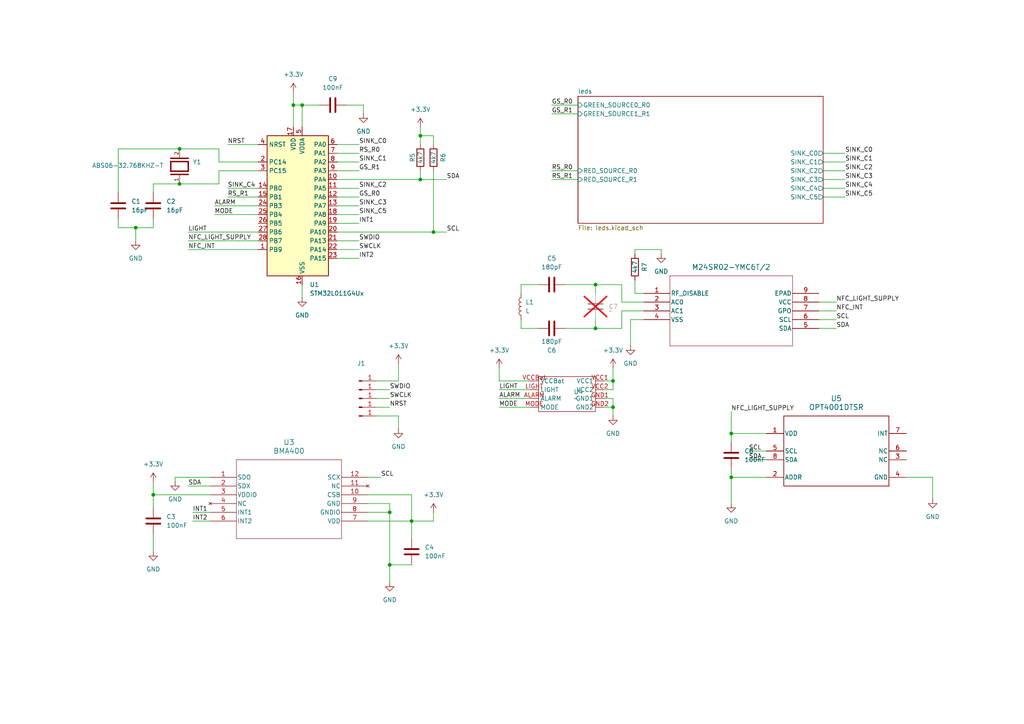
<source format=kicad_sch>
(kicad_sch (version 20231120) (generator "eeschema") (generator_version "8.0")
  (paper "A4")
  (lib_symbols
    (symbol "BMP:BMA400" (pin_names (offset 0.254))
      (property "Reference" "U" (at 22.86 10.16 0))
      (property "Value" "BMA400" (at 22.86 7.62 0))
      (symbol "BMA400_0_1"
        (polyline (pts (xy 7.62 -17.78) (xy 38.1 -17.78)) (stroke (width 0.127)))
        (polyline (pts (xy 7.62 5.08) (xy 7.62 -17.78)) (stroke (width 0.127)))
        (polyline (pts (xy 38.1 -17.78) (xy 38.1 5.08)) (stroke (width 0.127)))
        (polyline (pts (xy 38.1 5.08) (xy 7.62 5.08)) (stroke (width 0.127)))
        (pin unspecified line (at 0 0 0) (length 7.62) (name "SDO") (number "1"))
        (pin unspecified line (at 45.72 -5.08 180) (length 7.62) (name "CSB") (number "10"))
        (pin no_connect line (at 45.72 -2.54 180) (length 7.62) (name "NC") (number "11"))
        (pin unspecified line (at 45.72 0 180) (length 7.62) (name "SCX") (number "12"))
        (pin unspecified line (at 0 -2.54 0) (length 7.62) (name "SDX") (number "2"))
        (pin power_in line (at 0 -5.08 0) (length 7.62) (name "VDDIO") (number "3"))
        (pin no_connect line (at 0 -7.62 0) (length 7.62) (name "NC") (number "4"))
        (pin bidirectional line (at 0 -10.16 0) (length 7.62) (name "INT1") (number "5"))
        (pin bidirectional line (at 0 -12.7 0) (length 7.62) (name "INT2") (number "6"))
        (pin power_in line (at 45.72 -12.7 180) (length 7.62) (name "VDD") (number "7"))
        (pin power_out line (at 45.72 -10.16 180) (length 7.62) (name "GNDIO") (number "8"))
        (pin power_out line (at 45.72 -7.62 180) (length 7.62) (name "GND") (number "9"))
      )
    )
    (symbol "Connector:Conn_01x01_Pin" (pin_names (offset 1.016) hide)
      (property "Reference" "J" (at 0 2.54 0))
      (property "Value" "Conn_01x01_Pin" (at 0 -2.54 0))
      (symbol "Conn_01x01_Pin_1_1"
        (polyline (pts (xy 1.27 0) (xy 0.8636 0)) (stroke (width 0.1524)))
        (rectangle (start 0.8636 0.127) (end 0 -0.127) (stroke (width 0.1524)) (fill (type outline)))
        (pin passive line (at 5.08 0 180) (length 3.81) (name "Pin_1") (number "1"))
      )
    )
    (symbol "Device:C" (pin_numbers hide) (pin_names (offset 0.254))
      (property "Reference" "C" (at 0.635 2.54 0))
      (property "Value" "C" (at 0.635 -2.54 0))
      (symbol "C_0_1"
        (polyline (pts (xy -2.032 -0.762) (xy 2.032 -0.762)) (stroke (width 0.508)))
        (polyline (pts (xy -2.032 0.762) (xy 2.032 0.762)) (stroke (width 0.508)))
      )
      (symbol "C_1_1"
        (pin passive line (at 0 3.81 270) (length 2.794) (name "~") (number "1"))
        (pin passive line (at 0 -3.81 90) (length 2.794) (name "~") (number "2"))
      )
    )
    (symbol "Device:L" (pin_numbers hide) (pin_names (offset 1.016) hide)
      (property "Reference" "L" (at -1.27 0 90))
      (property "Value" "L" (at 1.905 0 90))
      (symbol "L_0_1"
        (arc (start 0 -2.54) (mid 0.6323 -1.905) (end 0 -1.27))
        (arc (start 0 -1.27) (mid 0.6323 -0.635) (end 0 0))
        (arc (start 0 0) (mid 0.6323 0.635) (end 0 1.27))
        (arc (start 0 1.27) (mid 0.6323 1.905) (end 0 2.54))
      )
      (symbol "L_1_1"
        (pin passive line (at 0 3.81 270) (length 1.27) (name "1") (number "1"))
        (pin passive line (at 0 -3.81 90) (length 1.27) (name "2") (number "2"))
      )
    )
    (symbol "Device:R" (pin_numbers hide) (pin_names (offset 0))
      (property "Reference" "R" (at 2.032 0 90))
      (property "Value" "R" (at 0 0 90))
      (symbol "R_0_1"
        (rectangle (start -1.016 -2.54) (end 1.016 2.54) (stroke (width 0.254)))
      )
      (symbol "R_1_1"
        (pin passive line (at 0 3.81 270) (length 1.27) (name "~") (number "1"))
        (pin passive line (at 0 -3.81 90) (length 1.27) (name "~") (number "2"))
      )
    )
    (symbol "MCU_ST_STM32L0:STM32L011G4Ux"
      (property "Reference" "U" (at -7.62 21.59 0))
      (property "Value" "STM32L011G4Ux" (at 5.08 21.59 0))
      (symbol "STM32L011G4Ux_0_1"
        (rectangle (start -7.62 -20.32) (end 10.16 20.32) (stroke (width 0.254)) (fill (type background)))
      )
      (symbol "STM32L011G4Ux_1_1"
        (pin bidirectional line (at -10.16 -12.7 0) (length 2.54) (name "PB9") (number "1"))
        (pin bidirectional line (at 12.7 7.62 180) (length 2.54) (name "PA4") (number "10"))
        (pin bidirectional line (at 12.7 5.08 180) (length 2.54) (name "PA5") (number "11"))
        (pin bidirectional line (at 12.7 2.54 180) (length 2.54) (name "PA6") (number "12"))
        (pin bidirectional line (at 12.7 0 180) (length 2.54) (name "PA7") (number "13"))
        (pin bidirectional line (at -10.16 5.08 0) (length 2.54) (name "PB0") (number "14"))
        (pin bidirectional line (at -10.16 2.54 0) (length 2.54) (name "PB1") (number "15"))
        (pin power_in line (at 2.54 -22.86 90) (length 2.54) (name "VSS") (number "16"))
        (pin power_in line (at 0 22.86 270) (length 2.54) (name "VDD") (number "17"))
        (pin bidirectional line (at 12.7 -2.54 180) (length 2.54) (name "PA8") (number "18"))
        (pin bidirectional line (at 12.7 -5.08 180) (length 2.54) (name "PA9") (number "19"))
        (pin bidirectional line (at -10.16 12.7 0) (length 2.54) (name "PC14") (number "2"))
        (pin bidirectional line (at 12.7 -7.62 180) (length 2.54) (name "PA10") (number "20"))
        (pin bidirectional line (at 12.7 -10.16 180) (length 2.54) (name "PA13") (number "21"))
        (pin bidirectional line (at 12.7 -12.7 180) (length 2.54) (name "PA14") (number "22"))
        (pin bidirectional line (at 12.7 -15.24 180) (length 2.54) (name "PA15") (number "23"))
        (pin bidirectional line (at -10.16 0 0) (length 2.54) (name "PB3") (number "24"))
        (pin bidirectional line (at -10.16 -2.54 0) (length 2.54) (name "PB4") (number "25"))
        (pin bidirectional line (at -10.16 -5.08 0) (length 2.54) (name "PB5") (number "26"))
        (pin bidirectional line (at -10.16 -7.62 0) (length 2.54) (name "PB6") (number "27"))
        (pin bidirectional line (at -10.16 -10.16 0) (length 2.54) (name "PB7") (number "28"))
        (pin bidirectional line (at -10.16 10.16 0) (length 2.54) (name "PC15") (number "3"))
        (pin input line (at -10.16 17.78 0) (length 2.54) (name "NRST") (number "4"))
        (pin power_in line (at 2.54 22.86 270) (length 2.54) (name "VDDA") (number "5"))
        (pin bidirectional line (at 12.7 17.78 180) (length 2.54) (name "PA0") (number "6"))
        (pin bidirectional line (at 12.7 15.24 180) (length 2.54) (name "PA1") (number "7"))
        (pin bidirectional line (at 12.7 12.7 180) (length 2.54) (name "PA2") (number "8"))
        (pin bidirectional line (at 12.7 10.16 180) (length 2.54) (name "PA3") (number "9"))
      )
    )
    (symbol "NFC:M24SR02-YMC6T_2" (pin_names (offset 0.254))
      (property "Reference" "U" (at 25.4 10.16 0))
      (property "Value" "M24SR02-YMC6T/2" (at 25.4 7.62 0))
      (symbol "M24SR02-YMC6T_2_0_1"
        (polyline (pts (xy 7.62 -15.24) (xy 43.18 -15.24)) (stroke (width 0.127)))
        (polyline (pts (xy 7.62 5.08) (xy 7.62 -15.24)) (stroke (width 0.127)))
        (polyline (pts (xy 43.18 -15.24) (xy 43.18 5.08)) (stroke (width 0.127)))
        (polyline (pts (xy 43.18 5.08) (xy 7.62 5.08)) (stroke (width 0.127)))
        (pin input line (at 0 0 0) (length 7.62) (name "RF_DISABLE") (number "1"))
        (pin bidirectional line (at 0 -2.54 0) (length 7.62) (name "AC0") (number "2"))
        (pin bidirectional line (at 0 -5.08 0) (length 7.62) (name "AC1") (number "3"))
        (pin power_out line (at 0 -7.62 0) (length 7.62) (name "VSS") (number "4"))
        (pin bidirectional line (at 50.8 -10.16 180) (length 7.62) (name "SDA") (number "5"))
        (pin input line (at 50.8 -7.62 180) (length 7.62) (name "SCL") (number "6"))
        (pin output line (at 50.8 -5.08 180) (length 7.62) (name "GPO") (number "7"))
        (pin power_in line (at 50.8 -2.54 180) (length 7.62) (name "VCC") (number "8"))
        (pin power_out line (at 50.8 0 180) (length 7.62) (name "EPAD") (number "9"))
      )
    )
    (symbol "power:+3.3V" (power) (pin_numbers hide) (pin_names (offset 0) hide)
      (property "Value" "+3.3V" (at 0 3.556 0))
      (symbol "+3.3V_0_1"
        (polyline (pts (xy -0.762 1.27) (xy 0 2.54)))
        (polyline (pts (xy 0 0) (xy 0 2.54)))
        (polyline (pts (xy 0 2.54) (xy 0.762 1.27)))
      )
      (symbol "+3.3V_1_1"
        (pin power_in line (at 0 0 90) (length 0) (name "~") (number "1"))
      )
    )
    (symbol "power:GND" (power) (pin_numbers hide) (pin_names (offset 0) hide)
      (property "Value" "GND" (at 0 -3.81 0))
      (symbol "GND_0_1"
        (polyline (pts (xy 0 0) (xy 0 -1.27) (xy 1.27 -1.27) (xy 0 -2.54) (xy -1.27 -1.27) (xy 0 -1.27)))
      )
      (symbol "GND_1_1"
        (pin power_in line (at 0 0 270) (length 0) (name "~") (number "1"))
      )
    )
    (symbol "sw_components:ABS06-32.768KHZ-T" (pin_names (offset 1.016))
      (property "Reference" "Y" (at -5.0878 3.8159 0))
      (property "Value" "ABS06-32.768KHZ-T" (at -5.0944 -5.0944 0))
      (symbol "ABS06-32.768KHZ-T_0_0"
        (polyline (pts (xy -2.3368 2.54) (xy -2.3368 -2.54)) (stroke (width 0.4064)))
        (polyline (pts (xy -1.397 2.54) (xy -1.397 -2.54)) (stroke (width 0.4064)))
        (polyline (pts (xy -1.397 2.54) (xy 1.397 2.54)) (stroke (width 0.4064)))
        (polyline (pts (xy 1.397 -2.54) (xy -1.397 -2.54)) (stroke (width 0.4064)))
        (polyline (pts (xy 1.397 2.54) (xy 1.397 -2.54)) (stroke (width 0.4064)))
        (polyline (pts (xy 2.3368 2.54) (xy 2.3368 -2.54)) (stroke (width 0.4064)))
        (pin passive line (at -5.08 0 0) (length 2.54) (name "~") (number "1"))
        (pin passive line (at 5.08 0 180) (length 2.54) (name "~") (number "2"))
      )
    )
    (symbol "sw_components:OPT4001DTSR" (pin_names (offset 0.254))
      (property "Reference" "U" (at 6.604 6.604 0))
      (property "Value" "OPT4001DTSR" (at 19.558 -17.526 0))
      (symbol "OPT4001DTSR_0_1"
        (polyline (pts (xy 5.08 -15.24) (xy 35.56 -15.24)) (stroke (width 0.2032)))
        (polyline (pts (xy 5.08 5.08) (xy 5.08 -15.24)) (stroke (width 0.2032)))
        (polyline (pts (xy 35.56 -15.24) (xy 35.56 5.08)) (stroke (width 0.2032)))
        (polyline (pts (xy 35.56 5.08) (xy 5.08 5.08)) (stroke (width 0.2032)))
        (pin power_in line (at 0 0 0) (length 5.08) (name "VDD") (number "1"))
        (pin input line (at 0 -12.7 0) (length 5.08) (name "ADDR") (number "2"))
        (pin unspecified line (at 40.64 -7.62 180) (length 5.08) (name "NC") (number "3"))
        (pin power_in line (at 40.64 -12.7 180) (length 5.08) (name "GND") (number "4"))
        (pin input line (at 0 -5.08 0) (length 5.08) (name "SCL") (number "5"))
        (pin unspecified line (at 40.64 -5.08 180) (length 5.08) (name "NC") (number "6"))
        (pin open_collector line (at 40.64 0 180) (length 5.08) (name "INT") (number "7"))
        (pin bidirectional line (at 0 -7.62 0) (length 5.08) (name "SDA") (number "8"))
      )
    )
    (symbol "sw_components:fw91"
      (property "Reference" "U" (at 5.588 -6.35 0))
      (symbol "fw91_0_1"
        (rectangle (start -2.54 5.08) (end 13.97 -5.08))
      )
      (symbol "fw91_1_1"
        (pin input line (at -5.08 -1.27 0) (length 2.54) (name "ALARM") (number "ALARM"))
        (pin power_out line (at 16.51 -1.27 180) (length 2.54) (name "GND1") (number "GND1"))
        (pin power_out line (at 16.51 -3.81 180) (length 2.54) (name "GND2") (number "GND2"))
        (pin input line (at -5.08 1.27 0) (length 2.54) (name "LIGHT") (number "LIGHT"))
        (pin input line (at -5.08 -3.81 0) (length 2.54) (name "MODE") (number "MODE"))
        (pin power_in line (at 16.51 3.81 180) (length 2.54) (name "VCC1") (number "VCC1"))
        (pin power_in line (at 16.51 1.27 180) (length 2.54) (name "VCC2") (number "VCC2"))
        (pin output line (at -5.08 3.81 0) (length 2.54) (name "VCCBat") (number "VCCBat"))
      )
    )
  )
  (junction (at 87.63 30.48))
  (junction (at 119.38 151.13))
  (junction (at 39.37 66.04))
  (junction (at 177.8 118.11))
  (junction (at 172.72 95.25))
  (junction (at 212.09 125.73))
  (junction (at 212.09 138.43))
  (junction (at 85.09 30.48))
  (junction (at 52.07 43.18))
  (junction (at 125.73 67.31))
  (junction (at 44.45 143.51))
  (junction (at 52.07 53.34))
  (junction (at 113.03 148.59))
  (junction (at 177.8 110.49))
  (junction (at 121.92 39.37))
  (junction (at 121.92 52.07))
  (junction (at 172.72 82.55))
  (junction (at 113.03 163.83))
  (wire (pts (xy 175.26 118.11) (xy 177.8 118.11)))
  (wire (pts (xy 66.04 57.15) (xy 74.93 57.15)))
  (wire (pts (xy 160.02 52.07) (xy 167.64 52.07)))
  (wire (pts (xy 104.14 54.61) (xy 97.79 54.61)))
  (wire (pts (xy 63.5 46.99) (xy 74.93 46.99)))
  (wire (pts (xy 52.07 43.18) (xy 63.5 43.18)))
  (wire (pts (xy 66.04 54.61) (xy 74.93 54.61)))
  (wire (pts (xy 109.22 113.03) (xy 113.03 113.03)))
  (wire (pts (xy 177.8 110.49) (xy 177.8 106.68)))
  (wire (pts (xy 87.63 82.55) (xy 87.63 86.36)))
  (wire (pts (xy 245.11 46.99) (xy 238.76 46.99)))
  (wire (pts (xy 125.73 67.31) (xy 129.54 67.31)))
  (wire (pts (xy 87.63 30.48) (xy 87.63 36.83)))
  (wire (pts (xy 105.41 30.48) (xy 105.41 33.02)))
  (wire (pts (xy 97.79 44.45) (xy 104.14 44.45)))
  (wire (pts (xy 119.38 163.83) (xy 113.03 163.83)))
  (wire (pts (xy 34.29 43.18) (xy 52.07 43.18)))
  (wire (pts (xy 52.07 53.34) (xy 44.45 53.34)))
  (wire (pts (xy 109.22 118.11) (xy 113.03 118.11)))
  (wire (pts (xy 177.8 118.11) (xy 177.8 120.65)))
  (wire (pts (xy 270.51 138.43) (xy 270.51 144.78)))
  (wire (pts (xy 87.63 30.48) (xy 92.71 30.48)))
  (wire (pts (xy 160.02 30.48) (xy 167.64 30.48)))
  (wire (pts (xy 60.96 143.51) (xy 44.45 143.51)))
  (wire (pts (xy 97.79 72.39) (xy 104.14 72.39)))
  (wire (pts (xy 217.17 130.81) (xy 222.25 130.81)))
  (wire (pts (xy 182.88 100.33) (xy 182.88 92.71)))
  (wire (pts (xy 237.49 92.71) (xy 242.57 92.71)))
  (wire (pts (xy 151.13 82.55) (xy 151.13 85.09)))
  (wire (pts (xy 184.15 73.66) (xy 184.15 72.39)))
  (wire (pts (xy 106.68 146.05) (xy 113.03 146.05)))
  (wire (pts (xy 144.78 113.03) (xy 153.67 113.03)))
  (wire (pts (xy 104.14 57.15) (xy 97.79 57.15)))
  (wire (pts (xy 125.73 39.37) (xy 121.92 39.37)))
  (wire (pts (xy 125.73 49.53) (xy 125.73 67.31)))
  (wire (pts (xy 144.78 110.49) (xy 144.78 106.68)))
  (wire (pts (xy 180.34 87.63) (xy 180.34 82.55)))
  (wire (pts (xy 163.83 95.25) (xy 172.72 95.25)))
  (wire (pts (xy 212.09 135.89) (xy 212.09 138.43)))
  (wire (pts (xy 177.8 113.03) (xy 177.8 110.49)))
  (wire (pts (xy 104.14 46.99) (xy 97.79 46.99)))
  (wire (pts (xy 245.11 57.15) (xy 238.76 57.15)))
  (wire (pts (xy 55.88 151.13) (xy 60.96 151.13)))
  (wire (pts (xy 104.14 74.93) (xy 97.79 74.93)))
  (wire (pts (xy 212.09 125.73) (xy 212.09 128.27)))
  (wire (pts (xy 54.61 140.97) (xy 60.96 140.97)))
  (wire (pts (xy 39.37 66.04) (xy 39.37 69.85)))
  (wire (pts (xy 50.8 139.7) (xy 50.8 138.43)))
  (wire (pts (xy 182.88 92.71) (xy 186.69 92.71)))
  (wire (pts (xy 104.14 62.23) (xy 97.79 62.23)))
  (wire (pts (xy 160.02 49.53) (xy 167.64 49.53)))
  (wire (pts (xy 121.92 49.53) (xy 121.92 52.07)))
  (wire (pts (xy 172.72 95.25) (xy 180.34 95.25)))
  (wire (pts (xy 175.26 113.03) (xy 177.8 113.03)))
  (wire (pts (xy 175.26 115.57) (xy 177.8 115.57)))
  (wire (pts (xy 180.34 82.55) (xy 172.72 82.55)))
  (wire (pts (xy 54.61 72.39) (xy 74.93 72.39)))
  (wire (pts (xy 34.29 55.88) (xy 34.29 43.18)))
  (wire (pts (xy 262.89 138.43) (xy 270.51 138.43)))
  (wire (pts (xy 62.23 59.69) (xy 74.93 59.69)))
  (wire (pts (xy 245.11 52.07) (xy 238.76 52.07)))
  (wire (pts (xy 39.37 66.04) (xy 44.45 66.04)))
  (wire (pts (xy 177.8 115.57) (xy 177.8 118.11)))
  (wire (pts (xy 180.34 95.25) (xy 180.34 90.17)))
  (wire (pts (xy 119.38 151.13) (xy 119.38 156.21)))
  (wire (pts (xy 74.93 49.53) (xy 63.5 49.53)))
  (wire (pts (xy 180.34 87.63) (xy 186.69 87.63)))
  (wire (pts (xy 242.57 87.63) (xy 237.49 87.63)))
  (wire (pts (xy 172.72 92.71) (xy 172.72 95.25)))
  (wire (pts (xy 151.13 82.55) (xy 156.21 82.55)))
  (wire (pts (xy 110.49 138.43) (xy 106.68 138.43)))
  (wire (pts (xy 100.33 30.48) (xy 105.41 30.48)))
  (wire (pts (xy 237.49 95.25) (xy 242.57 95.25)))
  (wire (pts (xy 212.09 119.38) (xy 212.09 125.73)))
  (wire (pts (xy 63.5 43.18) (xy 63.5 46.99)))
  (wire (pts (xy 153.67 110.49) (xy 144.78 110.49)))
  (wire (pts (xy 104.14 49.53) (xy 97.79 49.53)))
  (wire (pts (xy 97.79 69.85) (xy 104.14 69.85)))
  (wire (pts (xy 113.03 163.83) (xy 113.03 168.91)))
  (wire (pts (xy 44.45 53.34) (xy 44.45 55.88)))
  (wire (pts (xy 184.15 85.09) (xy 184.15 81.28)))
  (wire (pts (xy 191.77 72.39) (xy 191.77 73.66)))
  (wire (pts (xy 62.23 62.23) (xy 74.93 62.23)))
  (wire (pts (xy 113.03 146.05) (xy 113.03 148.59)))
  (wire (pts (xy 119.38 151.13) (xy 125.73 151.13)))
  (wire (pts (xy 106.68 151.13) (xy 119.38 151.13)))
  (wire (pts (xy 172.72 82.55) (xy 163.83 82.55)))
  (wire (pts (xy 151.13 95.25) (xy 156.21 95.25)))
  (wire (pts (xy 97.79 64.77) (xy 104.14 64.77)))
  (wire (pts (xy 144.78 118.11) (xy 153.67 118.11)))
  (wire (pts (xy 63.5 53.34) (xy 52.07 53.34)))
  (wire (pts (xy 55.88 148.59) (xy 60.96 148.59)))
  (wire (pts (xy 109.22 120.65) (xy 115.57 120.65)))
  (wire (pts (xy 245.11 44.45) (xy 238.76 44.45)))
  (wire (pts (xy 106.68 148.59) (xy 113.03 148.59)))
  (wire (pts (xy 44.45 66.04) (xy 44.45 63.5)))
  (wire (pts (xy 104.14 59.69) (xy 97.79 59.69)))
  (wire (pts (xy 172.72 82.55) (xy 172.72 85.09)))
  (wire (pts (xy 186.69 85.09) (xy 184.15 85.09)))
  (wire (pts (xy 109.22 110.49) (xy 115.57 110.49)))
  (wire (pts (xy 54.61 67.31) (xy 74.93 67.31)))
  (wire (pts (xy 113.03 148.59) (xy 113.03 163.83)))
  (wire (pts (xy 151.13 92.71) (xy 151.13 95.25)))
  (wire (pts (xy 245.11 49.53) (xy 238.76 49.53)))
  (wire (pts (xy 44.45 143.51) (xy 44.45 139.7)))
  (wire (pts (xy 63.5 49.53) (xy 63.5 53.34)))
  (wire (pts (xy 97.79 52.07) (xy 121.92 52.07)))
  (wire (pts (xy 175.26 110.49) (xy 177.8 110.49)))
  (wire (pts (xy 104.14 41.91) (xy 97.79 41.91)))
  (wire (pts (xy 119.38 143.51) (xy 119.38 151.13)))
  (wire (pts (xy 184.15 72.39) (xy 191.77 72.39)))
  (wire (pts (xy 44.45 143.51) (xy 44.45 147.32)))
  (wire (pts (xy 121.92 39.37) (xy 121.92 41.91)))
  (wire (pts (xy 115.57 120.65) (xy 115.57 124.46)))
  (wire (pts (xy 217.17 133.35) (xy 222.25 133.35)))
  (wire (pts (xy 115.57 110.49) (xy 115.57 105.41)))
  (wire (pts (xy 50.8 138.43) (xy 60.96 138.43)))
  (wire (pts (xy 34.29 66.04) (xy 39.37 66.04)))
  (wire (pts (xy 97.79 67.31) (xy 125.73 67.31)))
  (wire (pts (xy 212.09 138.43) (xy 222.25 138.43)))
  (wire (pts (xy 245.11 54.61) (xy 238.76 54.61)))
  (wire (pts (xy 125.73 41.91) (xy 125.73 39.37)))
  (wire (pts (xy 106.68 143.51) (xy 119.38 143.51)))
  (wire (pts (xy 54.61 69.85) (xy 74.93 69.85)))
  (wire (pts (xy 121.92 39.37) (xy 121.92 36.83)))
  (wire (pts (xy 85.09 36.83) (xy 85.09 30.48)))
  (wire (pts (xy 66.04 41.91) (xy 74.93 41.91)))
  (wire (pts (xy 85.09 26.67) (xy 85.09 30.48)))
  (wire (pts (xy 212.09 138.43) (xy 212.09 146.05)))
  (wire (pts (xy 242.57 90.17) (xy 237.49 90.17)))
  (wire (pts (xy 121.92 52.07) (xy 129.54 52.07)))
  (wire (pts (xy 109.22 115.57) (xy 113.03 115.57)))
  (wire (pts (xy 180.34 90.17) (xy 186.69 90.17)))
  (wire (pts (xy 34.29 63.5) (xy 34.29 66.04)))
  (wire (pts (xy 144.78 115.57) (xy 153.67 115.57)))
  (wire (pts (xy 44.45 154.94) (xy 44.45 160.02)))
  (wire (pts (xy 212.09 125.73) (xy 222.25 125.73)))
  (wire (pts (xy 125.73 151.13) (xy 125.73 148.59)))
  (wire (pts (xy 160.02 33.02) (xy 167.64 33.02)))
  (wire (pts (xy 85.09 30.48) (xy 87.63 30.48)))
  (label "GS_R1" (at 104.14 49.53 0))
  (label "NFC_LIGHT_SUPPLY" (at 54.61 69.85 0))
  (label "SINK_C3" (at 245.11 52.07 0))
  (label "GS_R0" (at 104.14 57.15 0))
  (label "SINK_C4" (at 66.04 54.61 0))
  (label "NFC_INT" (at 54.61 72.39 0))
  (label "NFC_LIGHT_SUPPLY" (at 212.09 119.38 0))
  (label "NRST" (at 66.04 41.91 0))
  (label "RS_R1" (at 160.02 52.07 0))
  (label "LIGHT" (at 144.78 113.03 0))
  (label "SINK_C1" (at 104.14 46.99 0))
  (label "SINK_C0" (at 104.14 41.91 0))
  (label "SCL" (at 129.54 67.31 0))
  (label "SWCLK" (at 113.03 115.57 0))
  (label "INT1" (at 55.88 148.59 0))
  (label "SDA" (at 217.17 133.35 0))
  (label "RS_R0" (at 104.14 44.45 0))
  (label "SCL" (at 242.57 92.71 0))
  (label "RS_R1" (at 66.04 57.15 0))
  (label "NFC_LIGHT_SUPPLY" (at 242.57 87.63 0))
  (label "SINK_C5" (at 104.14 62.23 0))
  (label "INT2" (at 55.88 151.13 0))
  (label "SINK_C4" (at 245.11 54.61 0))
  (label "SDA" (at 242.57 95.25 0))
  (label "MODE" (at 144.78 118.11 0))
  (label "SINK_C3" (at 104.14 59.69 0))
  (label "SCL" (at 217.17 130.81 0))
  (label "SDA" (at 129.54 52.07 0))
  (label "SCL" (at 110.49 138.43 0))
  (label "INT1" (at 104.14 64.77 0))
  (label "ALARM" (at 144.78 115.57 0))
  (label "SINK_C5" (at 245.11 57.15 0))
  (label "GS_R1" (at 160.02 33.02 0))
  (label "SINK_C1" (at 245.11 46.99 0))
  (label "NFC_INT" (at 242.57 90.17 0))
  (label "LIGHT" (at 54.61 67.31 0))
  (label "SINK_C2" (at 245.11 49.53 0))
  (label "NRST" (at 113.03 118.11 0))
  (label "SINK_C2" (at 104.14 54.61 0))
  (label "INT2" (at 104.14 74.93 0))
  (label "RS_R0" (at 160.02 49.53 0))
  (label "SWDIO" (at 113.03 113.03 0))
  (label "SINK_C0" (at 245.11 44.45 0))
  (label "GS_R0" (at 160.02 30.48 0))
  (label "MODE" (at 62.23 62.23 0))
  (label "SWDIO" (at 104.14 69.85 0))
  (label "SDA" (at 54.61 140.97 0))
  (label "ALARM" (at 62.23 59.69 0))
  (label "SWCLK" (at 104.14 72.39 0))
  (symbol (lib_id "power:+3.3V") (at 177.8 106.68 0) (unit 1)
    (property "Reference" "#PWR017" (effects (hide yes)))
    (property "Value" "+3.3V" (at 177.8 101.6 0))
    (property "Description" "Power symbol creates a global label with name \"+3.3V\"" (effects (hide yes)))
  )
  (symbol (lib_id "Device:C") (at 44.45 59.69 0) (unit 1)
    (property "Reference" "C2" (at 48.26 58.4199 0) (effects (justify left)))
    (property "Value" "16pF" (at 48.26 60.9599 0) (effects (justify left)))
    (property "Footprint" "Capacitor_SMD:C_0402_1005Metric_Pad0.74x0.62mm_HandSolder" (effects (hide yes)))
    (property "Description" "Unpolarized capacitor" (effects (hide yes)))
  )
  (symbol (lib_id "power:+3.3V") (at 115.57 105.41 0) (unit 1)
    (property "Reference" "#PWR09" (effects (hide yes)))
    (property "Value" "+3.3V" (at 115.57 100.33 0))
    (property "Description" "Power symbol creates a global label with name \"+3.3V\"" (effects (hide yes)))
  )
  (symbol (lib_id "Device:R") (at 125.73 45.72 180) (unit 1)
    (property "Reference" "R6" (at 128.524 45.72 90))
    (property "Value" "4k7" (at 125.73 45.72 90))
    (property "Footprint" "Resistor_SMD:R_0402_1005Metric" (effects (hide yes)))
    (property "Description" "Resistor" (effects (hide yes)))
  )
  (symbol (lib_id "Device:C") (at 160.02 95.25 90) (unit 1)
    (property "Reference" "C6" (at 160.02 101.6 90))
    (property "Value" "180pF" (at 160.02 99.06 90))
    (property "Footprint" "Capacitor_SMD:C_0402_1005Metric_Pad0.74x0.62mm_HandSolder" (effects (hide yes)))
    (property "Description" "Unpolarized capacitor" (effects (hide yes)))
  )
  (symbol (lib_id "power:GND") (at 177.8 120.65 0) (unit 1)
    (property "Reference" "#PWR06" (effects (hide yes)))
    (property "Value" "GND" (at 177.8 125.73 0))
    (property "Description" "Power symbol creates a global label with name \"GND\" , ground" (effects (hide yes)))
  )
  (symbol (lib_id "power:GND") (at 270.51 144.78 0) (unit 1)
    (property "Reference" "#PWR015" (effects (hide yes)))
    (property "Value" "GND" (at 270.51 149.86 0))
    (property "Description" "Power symbol creates a global label with name \"GND\" , ground" (effects (hide yes)))
  )
  (symbol (lib_id "Connector:Conn_01x01_Pin") (at 104.14 120.65 0) (unit 1)
    (property "Reference" "J5" (effects (hide yes)))
    (property "Value" "Conn_01x01_Pin" (effects (hide yes)))
    (property "Footprint" "Connector_Wire:SolderWirePad_1x01_SMD_1x2mm" (effects (hide yes)))
    (property "Description" "Generic connector, single row, 01x01, script generated" (effects (hide yes)))
  )
  (symbol (lib_id "Device:R") (at 184.15 77.47 180) (unit 1)
    (property "Reference" "R7" (at 186.944 77.47 90))
    (property "Value" "4k7" (at 184.15 77.47 90))
    (property "Footprint" "Resistor_SMD:R_0402_1005Metric" (effects (hide yes)))
    (property "Description" "Resistor" (effects (hide yes)))
  )
  (symbol (lib_id "power:GND") (at 182.88 100.33 0) (unit 1)
    (property "Reference" "#PWR011" (effects (hide yes)))
    (property "Value" "GND" (at 182.88 105.41 0))
    (property "Description" "Power symbol creates a global label with name \"GND\" , ground" (effects (hide yes)))
  )
  (symbol (lib_id "power:GND") (at 105.41 33.02 0) (unit 1)
    (property "Reference" "#PWR019" (effects (hide yes)))
    (property "Value" "GND" (at 105.41 38.1 0))
    (property "Description" "Power symbol creates a global label with name \"GND\" , ground" (effects (hide yes)))
  )
  (symbol (lib_id "Device:C") (at 119.38 160.02 0) (unit 1)
    (property "Reference" "C4" (at 123.19 158.7499 0) (effects (justify left)))
    (property "Value" "100nF" (at 123.19 161.2899 0) (effects (justify left)))
    (property "Footprint" "Capacitor_SMD:C_0402_1005Metric_Pad0.74x0.62mm_HandSolder" (effects (hide yes)))
    (property "Description" "Unpolarized capacitor" (effects (hide yes)))
  )
  (symbol (lib_id "Device:C") (at 212.09 132.08 0) (unit 1)
    (property "Reference" "C8" (at 215.9 130.8099 0) (effects (justify left)))
    (property "Value" "100nF" (at 215.9 133.3499 0) (effects (justify left)))
    (property "Footprint" "Capacitor_SMD:C_0402_1005Metric_Pad0.74x0.62mm_HandSolder" (effects (hide yes)))
    (property "Description" "Unpolarized capacitor" (effects (hide yes)))
  )
  (symbol (lib_id "Device:C") (at 44.45 151.13 0) (unit 1)
    (property "Reference" "C3" (at 48.26 149.8599 0) (effects (justify left)))
    (property "Value" "100nF" (at 48.26 152.3999 0) (effects (justify left)))
    (property "Footprint" "Capacitor_SMD:C_0402_1005Metric_Pad0.74x0.62mm_HandSolder" (effects (hide yes)))
    (property "Description" "Unpolarized capacitor" (effects (hide yes)))
  )
  (symbol (lib_id "NFC:M24SR02-YMC6T_2") (at 186.69 85.09 0) (unit 1)
    (property "Reference" "U2" (effects (hide yes)))
    (property "Value" "M24SR02-YMC6T/2" (at 212.09 77.47 0) (effects (font (size 1.524 1.524))))
    (property "Footprint" "UFDFPN8_M24SR02_STM" (effects (hide yes)))
    (property "Datasheet" "M24SR02-YMC6T/2" (effects (hide yes)))
  )
  (symbol (lib_id "Device:C") (at 34.29 59.69 180) (unit 1)
    (property "Reference" "C1" (at 38.1 58.4199 0) (effects (justify right)))
    (property "Value" "16pF" (at 38.1 60.9599 0) (effects (justify right)))
    (property "Footprint" "Capacitor_SMD:C_0402_1005Metric_Pad0.74x0.62mm_HandSolder" (effects (hide yes)))
    (property "Description" "Unpolarized capacitor" (effects (hide yes)))
  )
  (symbol (lib_id "sw_components:fw91") (at 158.75 114.3 0) (unit 1)
    (property "Reference" "U4" (at 166.37 113.6649 0) (effects (justify left)))
    (property "Value" "~" (at 166.37 115.57 0) (effects (justify left)))
    (property "Footprint" "sw:CASIO-F91W-OUTLINE-USB" (effects (hide yes)))
  )
  (symbol (lib_id "power:GND") (at 87.63 86.36 0) (unit 1)
    (property "Reference" "#PWR03" (effects (hide yes)))
    (property "Value" "GND" (at 87.63 91.44 0))
    (property "Description" "Power symbol creates a global label with name \"GND\" , ground" (effects (hide yes)))
  )
  (symbol (lib_id "Device:C") (at 96.52 30.48 90) (unit 1)
    (property "Reference" "C9" (at 96.52 22.86 90))
    (property "Value" "100nF" (at 96.52 25.4 90))
    (property "Footprint" "Capacitor_SMD:C_0402_1005Metric_Pad0.74x0.62mm_HandSolder" (effects (hide yes)))
    (property "Description" "Unpolarized capacitor" (effects (hide yes)))
  )
  (symbol (lib_id "Device:C") (at 160.02 82.55 90) (unit 1)
    (property "Reference" "C5" (at 160.02 74.93 90))
    (property "Value" "180pF" (at 160.02 77.47 90))
    (property "Footprint" "Capacitor_SMD:C_0402_1005Metric_Pad0.74x0.62mm_HandSolder" (effects (hide yes)))
    (property "Description" "Unpolarized capacitor" (effects (hide yes)))
  )
  (symbol (lib_id "Device:R") (at 121.92 45.72 180) (unit 1)
    (property "Reference" "R5" (at 119.634 45.72 90))
    (property "Value" "4k7" (at 121.92 45.72 90))
    (property "Footprint" "Resistor_SMD:R_0402_1005Metric" (effects (hide yes)))
    (property "Description" "Resistor" (effects (hide yes)))
  )
  (symbol (lib_id "power:+3.3V") (at 125.73 148.59 0) (unit 1)
    (property "Reference" "#PWR07" (effects (hide yes)))
    (property "Value" "+3.3V" (at 125.73 143.51 0))
    (property "Description" "Power symbol creates a global label with name \"+3.3V\"" (effects (hide yes)))
  )
  (symbol (lib_id "power:GND") (at 39.37 69.85 0) (unit 1)
    (property "Reference" "#PWR01" (effects (hide yes)))
    (property "Value" "GND" (at 39.37 74.93 0))
    (property "Description" "Power symbol creates a global label with name \"GND\" , ground" (effects (hide yes)))
  )
  (symbol (lib_id "BMP:BMA400") (at 60.96 138.43 0) (unit 1)
    (property "Reference" "U3" (at 83.82 128.27 0) (effects (font (size 1.524 1.524))))
    (property "Value" "BMA400" (at 83.82 130.81 0) (effects (font (size 1.524 1.524))))
    (property "Footprint" "BMA400:QFN_BMA400_BOS" (effects (hide yes)))
    (property "Datasheet" "BMA400" (effects (hide yes)))
  )
  (symbol (lib_id "power:GND") (at 113.03 168.91 0) (mirror y) (unit 1)
    (property "Reference" "#PWR08" (effects (hide yes)))
    (property "Value" "GND" (at 113.03 173.99 0))
    (property "Description" "Power symbol creates a global label with name \"GND\" , ground" (effects (hide yes)))
  )
  (symbol (lib_id "power:GND") (at 44.45 160.02 0) (mirror y) (unit 1)
    (property "Reference" "#PWR013" (effects (hide yes)))
    (property "Value" "GND" (at 44.45 165.1 0))
    (property "Description" "Power symbol creates a global label with name \"GND\" , ground" (effects (hide yes)))
  )
  (symbol (lib_id "power:GND") (at 191.77 73.66 0) (unit 1)
    (property "Reference" "#PWR018" (effects (hide yes)))
    (property "Value" "GND" (at 191.77 78.74 0))
    (property "Description" "Power symbol creates a global label with name \"GND\" , ground" (effects (hide yes)))
  )
  (symbol (lib_id "power:GND") (at 50.8 139.7 0) (mirror y) (unit 1)
    (property "Reference" "#PWR012" (effects (hide yes)))
    (property "Value" "GND" (at 50.8 144.78 0))
    (property "Description" "Power symbol creates a global label with name \"GND\" , ground" (effects (hide yes)))
  )
  (symbol (lib_id "Connector:Conn_01x01_Pin") (at 104.14 115.57 0) (unit 1)
    (property "Reference" "J3" (effects (hide yes)))
    (property "Value" "Conn_01x01_Pin" (effects (hide yes)))
    (property "Footprint" "Connector_Wire:SolderWirePad_1x01_SMD_1x2mm" (effects (hide yes)))
    (property "Description" "Generic connector, single row, 01x01, script generated" (effects (hide yes)))
  )
  (symbol (lib_id "power:+3.3V") (at 144.78 106.68 0) (unit 1)
    (property "Reference" "#PWR014" (effects (hide yes)))
    (property "Value" "+3.3V" (at 144.78 101.6 0))
    (property "Description" "Power symbol creates a global label with name \"+3.3V\"" (effects (hide yes)))
  )
  (symbol (lib_id "power:GND") (at 115.57 124.46 0) (unit 1)
    (property "Reference" "#PWR05" (effects (hide yes)))
    (property "Value" "GND" (at 115.57 129.54 0))
    (property "Description" "Power symbol creates a global label with name \"GND\" , ground" (effects (hide yes)))
  )
  (symbol (lib_id "power:+3.3V") (at 85.09 26.67 0) (unit 1)
    (property "Reference" "#PWR02" (effects (hide yes)))
    (property "Value" "+3.3V" (at 85.09 21.59 0))
    (property "Description" "Power symbol creates a global label with name \"+3.3V\"" (effects (hide yes)))
  )
  (symbol (lib_id "power:+3.3V") (at 44.45 139.7 0) (unit 1)
    (property "Reference" "#PWR04" (effects (hide yes)))
    (property "Value" "+3.3V" (at 44.45 134.62 0))
    (property "Description" "Power symbol creates a global label with name \"+3.3V\"" (effects (hide yes)))
  )
  (symbol (lib_id "sw_components:OPT4001DTSR") (at 222.25 125.73 0) (unit 1)
    (property "Reference" "U5" (at 242.57 115.57 0) (effects (font (size 1.524 1.524))))
    (property "Value" "OPT4001DTSR" (at 242.57 118.11 0) (effects (font (size 1.524 1.524))))
    (property "Footprint" "sw:DTS0008A-MFG" (effects (hide yes)))
    (property "Datasheet" "OPT4001DTSR" (effects (hide yes)))
  )
  (symbol (lib_id "Device:C") (at 172.72 88.9 180) (unit 1) (dnp yes)
    (property "Reference" "C7" (at 176.53 88.9 0) (effects (justify right)))
    (property "Value" "~" (at 176.53 90.1699 0) (effects (justify right)))
    (property "Footprint" "Capacitor_SMD:C_0402_1005Metric_Pad0.74x0.62mm_HandSolder" (effects (hide yes)))
    (property "Description" "Unpolarized capacitor" (effects (hide yes)))
  )
  (symbol (lib_id "Device:L") (at 151.13 88.9 180) (unit 1)
    (property "Reference" "L1" (at 152.4 87.6299 0) (effects (justify right)))
    (property "Value" "L" (at 152.4 90.1699 0) (effects (justify right)))
    (property "Footprint" "sw:AANI-CH-0029" (effects (hide yes)))
    (property "Description" "Inductor" (effects (hide yes)))
  )
  (symbol (lib_id "sw_components:ABS06-32.768KHZ-T") (at 52.07 48.26 90) (unit 1)
    (property "Reference" "Y1" (at 55.88 46.9899 90) (effects (justify right)))
    (property "Value" "ABS06-32.768KHZ-T" (at 26.67 48.006 90) (effects (justify right)))
    (property "Footprint" "sw:XTAL_ABS06-32.768KHZ-T" (effects (hide yes)))
    (property "PARTREV" "4/25/2022" (effects (hide yes)))
    (property "STANDARD" "Manufacturer Recommendations" (effects (hide yes)))
    (property "MAXIMUM_PACKAGE_HEIGHT" "0.6 mm" (effects (hide yes)))
    (property "MANUFACTURER" "Abracon" (effects (hide yes)))
  )
  (symbol (lib_id "power:+3.3V") (at 121.92 36.83 0) (unit 1)
    (property "Reference" "#PWR016" (effects (hide yes)))
    (property "Value" "+3.3V" (at 121.92 31.75 0))
    (property "Description" "Power symbol creates a global label with name \"+3.3V\"" (effects (hide yes)))
  )
  (symbol (lib_id "MCU_ST_STM32L0:STM32L011G4Ux") (at 85.09 59.69 0) (unit 1)
    (property "Reference" "U1" (at 89.8241 82.55 0) (effects (justify left)))
    (property "Value" "STM32L011G4Ux" (at 89.8241 85.09 0) (effects (justify left)))
    (property "Footprint" "Package_DFN_QFN:QFN-28_4x4mm_P0.5mm" (effects (hide yes)))
    (property "Datasheet" "https://www.st.com/resource/en/datasheet/stm32l011g4.pdf" (effects (hide yes)))
    (property "Description" "STMicroelectronics Arm Cortex-M0+ MCU, 16KB flash, 2KB RAM, 32 MHz, 1.65-3.6V, 24 GPIO, UFQFPN28" (effects (hide yes)))
  )
  (symbol (lib_id "Connector:Conn_01x01_Pin") (at 104.14 113.03 0) (unit 1)
    (property "Reference" "J2" (effects (hide yes)))
    (property "Value" "Conn_01x01_Pin" (effects (hide yes)))
    (property "Footprint" "Connector_Wire:SolderWirePad_1x01_SMD_1x2mm" (effects (hide yes)))
    (property "Description" "Generic connector, single row, 01x01, script generated" (effects (hide yes)))
  )
  (symbol (lib_id "Connector:Conn_01x01_Pin") (at 104.14 110.49 0) (unit 1)
    (property "Reference" "J1" (at 104.775 105.41 0))
    (property "Value" "Conn_01x01_Pin" (effects (hide yes)))
    (property "Footprint" "Connector_Wire:SolderWirePad_1x01_SMD_1x2mm" (effects (hide yes)))
    (property "Description" "Generic connector, single row, 01x01, script generated" (effects (hide yes)))
  )
  (symbol (lib_id "power:GND") (at 212.09 146.05 0) (mirror y) (unit 1)
    (property "Reference" "#PWR010" (effects (hide yes)))
    (property "Value" "GND" (at 212.09 151.13 0))
    (property "Description" "Power symbol creates a global label with name \"GND\" , ground" (effects (hide yes)))
  )
  (symbol (lib_id "Connector:Conn_01x01_Pin") (at 104.14 118.11 0) (unit 1)
    (property "Reference" "J4" (effects (hide yes)))
    (property "Value" "Conn_01x01_Pin" (effects (hide yes)))
    (property "Footprint" "Connector_Wire:SolderWirePad_1x01_SMD_1x2mm" (effects (hide yes)))
    (property "Description" "Generic connector, single row, 01x01, script generated" (effects (hide yes)))
  )
  (sheet (at 167.64 27.94) (size 71.12 36.83) (stroke (width 0.1524))
    (property "Sheetname" "leds" (at 167.64 27.2284 0) (effects (justify left bottom)))
    (property "Sheetfile" "leds.kicad_sch" (at 167.64 65.3546 0) (effects (justify left top)))
    (pin "GREEN_SOURCE0_R0" input (at 167.64 30.48 180))
    (pin "GREEN_SOURCE1_R1" input (at 167.64 33.02 180))
    (pin "RED_SOURCE_R1" input (at 167.64 52.07 180))
    (pin "RED_SOURCE_R0" input (at 167.64 49.53 180))
    (pin "SINK_C5" output (at 238.76 57.15 0))
    (pin "SINK_C1" output (at 238.76 46.99 0))
    (pin "SINK_C0" output (at 238.76 44.45 0))
    (pin "SINK_C2" output (at 238.76 49.53 0))
    (pin "SINK_C4" output (at 238.76 54.61 0))
    (pin "SINK_C3" output (at 238.76 52.07 0))
  )
)
</source>
